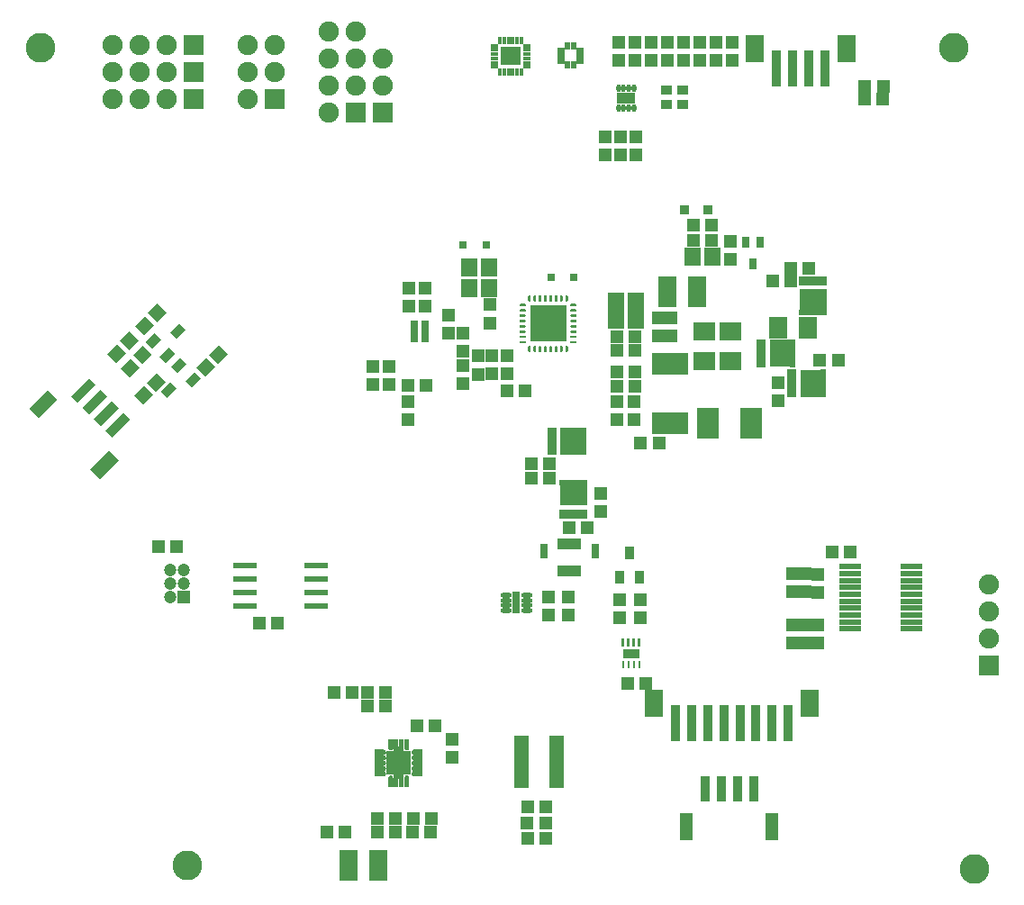
<source format=gts>
G04 DipTrace 2.4.0.2*
%INTopMask.gbr*%
%MOIN*%
%ADD56R,0.136X0.136*%
%ADD57R,0.01X0.026*%
%ADD58R,0.01X0.028*%
%ADD59R,0.063X0.035*%
%ADD66R,0.087X0.024*%
%ADD75C,0.11*%
%ADD82R,0.0749X0.0686*%
%ADD84O,0.0159X0.03*%
%ADD86O,0.03X0.0159*%
%ADD88R,0.071X0.0434*%
%ADD90O,0.019X0.0277*%
%ADD92R,0.0789X0.0237*%
%ADD96R,0.0283X0.0198*%
%ADD98R,0.0198X0.0283*%
%ADD100R,0.0316X0.0828*%
%ADD102O,0.0415X0.0198*%
%ADD112R,0.0275X0.022*%
%ADD114R,0.134X0.0789*%
%ADD116R,0.0277X0.0415*%
%ADD118R,0.1035X0.0828*%
%ADD120R,0.026X0.0241*%
%ADD122R,0.026X0.0328*%
%ADD124R,0.0828X0.1035*%
%ADD126R,0.0241X0.026*%
%ADD128R,0.0328X0.026*%
%ADD130R,0.0336X0.0493*%
%ADD132R,0.0434X0.0375*%
%ADD134R,0.054X0.193*%
%ADD136R,0.0835X0.118*%
%ADD138C,0.0474*%
%ADD140R,0.0474X0.0474*%
%ADD142R,0.0308X0.0566*%
%ADD144R,0.09X0.0444*%
%ADD146R,0.0316X0.0316*%
%ADD148C,0.0749*%
%ADD150R,0.0749X0.0749*%
%ADD152R,0.071X0.0789*%
%ADD154R,0.071X0.1143*%
%ADD156R,0.0789X0.071*%
%ADD158R,0.0592X0.0671*%
%ADD160R,0.0513X0.0474*%
%ADD162R,0.067X0.0986*%
%ADD164R,0.0356X0.138*%
%ADD166R,0.051X0.0986*%
%ADD168R,0.0356X0.0946*%
%ADD170R,0.0474X0.0513*%
%FSLAX44Y44*%
G04*
G70*
G90*
G75*
G01*
%LNTopMask*%
%LPD*%
D170*
X35280Y16632D3*
Y17302D3*
X34810Y16652D3*
Y17321D3*
X34340Y16652D3*
Y17322D3*
D168*
X32293Y9358D3*
X31093D3*
X31693D3*
D166*
X33583Y7962D3*
X30403D3*
D168*
X32893Y9358D3*
D164*
X31790Y11772D3*
X32390D3*
D162*
X29220Y12512D3*
X34960D3*
D164*
X32980Y11772D3*
X33570D3*
X34160D3*
X31200D3*
X30610D3*
X30020D3*
D170*
X23140Y27272D3*
Y26602D3*
X21600Y26892D3*
Y26222D3*
X22150D3*
Y25552D3*
Y25032D3*
Y24362D3*
X29830Y26122D3*
Y26791D3*
X28690Y16362D3*
Y15692D3*
X23770Y24712D3*
Y25381D3*
D160*
X28240Y13262D3*
X28909D3*
D170*
X20120Y23022D3*
Y23691D3*
D160*
X20100Y24292D3*
X20769D3*
D170*
X20740Y27222D3*
Y27891D3*
X23220Y25382D3*
Y24712D3*
D158*
X23118Y28662D3*
X22370D3*
D156*
X31080Y25172D3*
Y26274D3*
D170*
X29110Y36332D3*
Y37001D3*
X25290Y16442D3*
Y15772D3*
D160*
X18970Y7752D3*
X19639D3*
D158*
X28540Y27402D3*
X27792D3*
D170*
X33790Y24402D3*
Y23732D3*
D160*
X28500Y25602D3*
X27831D3*
D170*
X28480Y23681D3*
Y23012D3*
D160*
X29390Y22162D3*
X28721D3*
D154*
X17910Y6522D3*
X19012D3*
D156*
X32030Y25182D3*
Y26284D3*
D160*
X27830Y24792D3*
X28499D3*
X20955Y7746D3*
X20285D3*
D152*
X34920Y26422D3*
X33818D3*
D158*
X30630Y29042D3*
X31378D3*
D160*
X18610Y12922D3*
X19279D3*
D158*
X23118Y27902D3*
X22370D3*
X27790Y26722D3*
X28538D3*
D160*
X20960Y8252D3*
X20291D3*
D170*
X21750Y11182D3*
Y10512D3*
D160*
X25195Y8676D3*
X24525D3*
X25195Y7527D3*
X24525D3*
D170*
X31510Y36332D3*
Y37001D3*
X28510Y36332D3*
Y37001D3*
X27910Y36332D3*
Y37001D3*
X29710Y36332D3*
Y37001D3*
X32110Y36332D3*
Y37001D3*
X30310Y36332D3*
Y37001D3*
X30910Y36332D3*
Y37001D3*
D150*
X15160Y34902D3*
D148*
X14160D3*
X15160Y35902D3*
X14160D3*
X15160Y36902D3*
X14160D3*
D150*
X18160Y34402D3*
D148*
X17160D3*
X18160Y35402D3*
X17160D3*
X18160Y36402D3*
X17160D3*
X18160Y37402D3*
X17160D3*
D150*
X12160Y36902D3*
D148*
X11160D3*
X10160D3*
X9160D3*
D150*
X12160Y35892D3*
D148*
X11160D3*
X10160D3*
X9160D3*
D150*
X12160Y34892D3*
D148*
X11160D3*
X10160D3*
X9160D3*
G36*
X31368Y30623D2*
X31052D1*
Y30940D1*
X31368D1*
Y30623D1*
G37*
G36*
X30502D2*
X30186D1*
Y30940D1*
X30502D1*
Y30623D1*
G37*
D146*
X23020Y29472D3*
X22154D3*
X25390Y28292D3*
X26256D3*
D144*
X26080Y18412D3*
Y17409D3*
D142*
X25130Y18153D3*
X27030D3*
D150*
X41620Y13922D3*
D148*
Y14922D3*
Y15922D3*
Y16922D3*
D140*
X11790Y16442D3*
D138*
Y16942D3*
Y17442D3*
X11290Y16442D3*
Y16942D3*
Y17442D3*
D150*
X19160Y34402D3*
D148*
Y35402D3*
Y36402D3*
D136*
X32810Y22892D3*
X31205D3*
D134*
X24290Y10342D3*
X25590D3*
D132*
X29670Y35232D3*
Y34680D3*
X30270D3*
Y35232D3*
D130*
X27940Y17172D3*
X28688D3*
X28314Y18077D3*
D128*
X33170Y25092D3*
Y25342D3*
Y25602D3*
Y25852D3*
D126*
X34340D3*
Y25602D3*
Y25342D3*
Y25092D3*
D124*
X33890Y25472D3*
D128*
X34310Y23982D3*
Y24232D3*
Y24492D3*
Y24742D3*
D126*
X35480D3*
Y24492D3*
Y24232D3*
Y23982D3*
D124*
X35030Y24362D3*
D122*
X34720Y28162D3*
X34970D3*
X35230D3*
X35480D3*
D120*
Y26992D3*
X35230D3*
X34970D3*
X34720D3*
D118*
X35100Y27442D3*
D128*
X25430Y21842D3*
Y22092D3*
Y22352D3*
Y22602D3*
D126*
X26600D3*
Y22352D3*
Y22092D3*
Y21842D3*
D124*
X26150Y22222D3*
D122*
X26610Y19522D3*
X26360D3*
X26100D3*
X25850D3*
D120*
Y20692D3*
X26100D3*
X26360D3*
X26610D3*
D118*
X26230Y20242D3*
D116*
X33130Y29602D3*
X32618D3*
X32874Y28775D3*
G36*
X12094Y24208D2*
X11857Y24446D1*
X12206Y24795D1*
X12443Y24557D1*
X12094Y24208D1*
G37*
G36*
X11565Y24737D2*
X11328Y24975D1*
X11677Y25324D1*
X11914Y25086D1*
X11565Y24737D1*
G37*
G36*
X11190Y23833D2*
X10952Y24070D1*
X11301Y24419D1*
X11538Y24181D1*
X11190Y23833D1*
G37*
G36*
X10624Y25638D2*
X10387Y25876D1*
X10736Y26225D1*
X10973Y25987D1*
X10624Y25638D1*
G37*
G36*
X11153Y25109D2*
X10916Y25347D1*
X11265Y25696D1*
X11502Y25458D1*
X11153Y25109D1*
G37*
G36*
X11529Y26014D2*
X11292Y26252D1*
X11640Y26601D1*
X11878Y26363D1*
X11529Y26014D1*
G37*
D160*
X17115Y7747D3*
X17785D3*
X36469Y18122D3*
X35800D3*
D170*
X34340Y14761D3*
Y15430D3*
X34805Y14756D3*
Y15425D3*
X29370Y26792D3*
Y26122D3*
D160*
X27830Y26102D3*
X28499D3*
D170*
X27940Y16361D3*
Y15692D3*
X19400Y25002D3*
Y24332D3*
X18790Y25002D3*
Y24332D3*
X26050Y16442D3*
Y15772D3*
D160*
X14610Y15502D3*
X15279D3*
D170*
X35280Y14752D3*
Y15421D3*
D160*
X24430Y24102D3*
X23761D3*
D170*
X22690Y24702D3*
Y25371D3*
D154*
X30820Y27762D3*
X29718D3*
D160*
X10865Y18316D3*
X11535D3*
G36*
X10276Y25073D2*
X9941Y25408D1*
X10304Y25770D1*
X10639Y25435D1*
X10276Y25073D1*
G37*
G36*
X9803Y24599D2*
X9468Y24934D1*
X9831Y25297D1*
X10166Y24962D1*
X9803Y24599D1*
G37*
G36*
X10336Y26163D2*
X10001Y26498D1*
X10364Y26860D1*
X10699Y26525D1*
X10336Y26163D1*
G37*
G36*
X10809Y26636D2*
X10474Y26971D1*
X10837Y27334D1*
X11172Y26999D1*
X10809Y26636D1*
G37*
G36*
X13076Y25083D2*
X12741Y25418D1*
X13104Y25780D1*
X13439Y25445D1*
X13076Y25083D1*
G37*
G36*
X12603Y24609D2*
X12268Y24944D1*
X12631Y25307D1*
X12966Y24972D1*
X12603Y24609D1*
G37*
G36*
X10306Y23593D2*
X9971Y23928D1*
X10334Y24290D1*
X10669Y23955D1*
X10306Y23593D1*
G37*
G36*
X10779Y24066D2*
X10444Y24401D1*
X10807Y24764D1*
X11142Y24429D1*
X10779Y24066D1*
G37*
D160*
X19279Y12422D3*
X18610D3*
X20440Y11692D3*
X21109D3*
X18030Y12932D3*
X17361D3*
X19640Y8252D3*
X18971D3*
X25190Y8092D3*
X24521D3*
G36*
X9786Y25603D2*
X9451Y25938D1*
X9814Y26300D1*
X10149Y25965D1*
X9786Y25603D1*
G37*
G36*
X9313Y25129D2*
X8978Y25464D1*
X9341Y25827D1*
X9676Y25492D1*
X9313Y25129D1*
G37*
D160*
X34260Y28622D3*
X34929D3*
X30680Y30212D3*
X31349D3*
D114*
X29810Y22887D3*
Y25092D3*
D160*
X28500Y24252D3*
X27831D3*
D170*
X27850Y23012D3*
Y23682D3*
D160*
X34260Y28162D3*
X33591D3*
D170*
X32040Y28952D3*
Y29621D3*
D160*
X30680Y29642D3*
X31349D3*
D170*
X20130Y27902D3*
Y27232D3*
D160*
X25350Y20842D3*
X24681D3*
X25350Y21372D3*
X24681D3*
D170*
X27250Y19612D3*
Y20281D3*
D160*
X26730Y19022D3*
X26061D3*
X35355Y25216D3*
X36025D3*
D112*
X20730Y26582D3*
Y26182D3*
Y25982D3*
Y26382D3*
X20330Y25982D3*
Y26182D3*
Y26382D3*
Y26582D3*
D164*
X34330Y36013D3*
X35530D3*
X34930D3*
D162*
X32930Y36758D3*
X36330D3*
D164*
X33730Y36013D3*
G36*
X8731Y22791D2*
X8480Y23043D1*
X9149Y23712D1*
X9400Y23460D1*
X8731Y22791D1*
G37*
G36*
X7883Y23640D2*
X7631Y23891D1*
X8300Y24560D1*
X8552Y24309D1*
X7883Y23640D1*
G37*
G36*
X8307Y23216D2*
X8055Y23467D1*
X8725Y24136D1*
X8976Y23885D1*
X8307Y23216D1*
G37*
G36*
X8696Y20823D2*
X8336Y21184D1*
X9033Y21881D1*
X9393Y21520D1*
X8696Y20823D1*
G37*
G36*
X6448Y23072D2*
X6087Y23432D1*
X6784Y24129D1*
X7145Y23769D1*
X6448Y23072D1*
G37*
G36*
X9155Y22367D2*
X8904Y22618D1*
X9573Y23287D1*
X9824Y23036D1*
X9155Y22367D1*
G37*
G36*
X24425Y27217D2*
X24433D1*
X24440Y27219D1*
X24447Y27223D1*
X24454Y27227D1*
X24459Y27233D1*
X24464Y27239D1*
X24467Y27246D1*
X24469Y27254D1*
X24470Y27262D1*
X24469Y27269D1*
X24467Y27277D1*
X24464Y27284D1*
X24459Y27290D1*
X24454Y27296D1*
X24448Y27301D1*
X24440Y27304D1*
X24433Y27306D1*
X24425Y27307D1*
X24275D1*
X24267Y27306D1*
X24260Y27304D1*
X24253Y27301D1*
X24246Y27296D1*
X24241Y27290D1*
X24236Y27284D1*
X24233Y27277D1*
X24231Y27269D1*
X24230Y27262D1*
X24231Y27254D1*
X24233Y27246D1*
X24236Y27239D1*
X24241Y27233D1*
X24246Y27227D1*
X24252Y27223D1*
X24260Y27219D1*
X24267Y27217D1*
X24275D1*
X24425D1*
G37*
G36*
Y27017D2*
X24433D1*
X24440Y27019D1*
X24447Y27023D1*
X24454Y27027D1*
X24459Y27033D1*
X24464Y27039D1*
X24467Y27046D1*
X24469Y27054D1*
X24470Y27062D1*
X24469Y27069D1*
X24467Y27077D1*
X24464Y27084D1*
X24459Y27090D1*
X24454Y27096D1*
X24448Y27101D1*
X24440Y27104D1*
X24433Y27106D1*
X24425Y27107D1*
X24275D1*
X24267Y27106D1*
X24260Y27104D1*
X24253Y27101D1*
X24246Y27096D1*
X24241Y27090D1*
X24236Y27084D1*
X24233Y27077D1*
X24231Y27069D1*
X24230Y27062D1*
X24231Y27054D1*
X24233Y27046D1*
X24236Y27039D1*
X24241Y27033D1*
X24246Y27027D1*
X24252Y27023D1*
X24260Y27019D1*
X24267Y27017D1*
X24275D1*
X24425D1*
G37*
G36*
Y26827D2*
X24433D1*
X24440Y26829D1*
X24447Y26833D1*
X24454Y26837D1*
X24459Y26843D1*
X24464Y26849D1*
X24467Y26856D1*
X24469Y26864D1*
X24470Y26872D1*
X24469Y26879D1*
X24467Y26887D1*
X24464Y26894D1*
X24459Y26900D1*
X24454Y26906D1*
X24448Y26911D1*
X24440Y26914D1*
X24433Y26916D1*
X24425Y26917D1*
X24275D1*
X24267Y26916D1*
X24260Y26914D1*
X24253Y26911D1*
X24246Y26906D1*
X24241Y26900D1*
X24236Y26894D1*
X24233Y26887D1*
X24231Y26879D1*
X24230Y26872D1*
X24231Y26864D1*
X24233Y26856D1*
X24236Y26849D1*
X24241Y26843D1*
X24246Y26837D1*
X24252Y26833D1*
X24260Y26829D1*
X24267Y26827D1*
X24275D1*
X24425D1*
G37*
G36*
Y26627D2*
X24433D1*
X24440Y26629D1*
X24447Y26633D1*
X24454Y26637D1*
X24459Y26643D1*
X24464Y26649D1*
X24467Y26656D1*
X24469Y26664D1*
X24470Y26672D1*
X24469Y26679D1*
X24467Y26687D1*
X24464Y26694D1*
X24459Y26700D1*
X24454Y26706D1*
X24448Y26711D1*
X24440Y26714D1*
X24433Y26716D1*
X24425Y26717D1*
X24275D1*
X24267Y26716D1*
X24260Y26714D1*
X24253Y26711D1*
X24246Y26706D1*
X24241Y26700D1*
X24236Y26694D1*
X24233Y26687D1*
X24231Y26679D1*
X24230Y26672D1*
X24231Y26664D1*
X24233Y26656D1*
X24236Y26649D1*
X24241Y26643D1*
X24246Y26637D1*
X24252Y26633D1*
X24260Y26629D1*
X24267Y26627D1*
X24275D1*
X24425D1*
G37*
G36*
Y26427D2*
X24433D1*
X24440Y26429D1*
X24447Y26433D1*
X24454Y26437D1*
X24459Y26443D1*
X24464Y26449D1*
X24467Y26456D1*
X24469Y26464D1*
X24470Y26472D1*
X24469Y26479D1*
X24467Y26487D1*
X24464Y26494D1*
X24459Y26500D1*
X24454Y26506D1*
X24448Y26511D1*
X24440Y26514D1*
X24433Y26516D1*
X24425Y26517D1*
X24275D1*
X24267Y26516D1*
X24260Y26514D1*
X24253Y26511D1*
X24246Y26506D1*
X24241Y26500D1*
X24236Y26494D1*
X24233Y26487D1*
X24231Y26479D1*
X24230Y26472D1*
X24231Y26464D1*
X24233Y26456D1*
X24236Y26449D1*
X24241Y26443D1*
X24246Y26437D1*
X24252Y26433D1*
X24260Y26429D1*
X24267Y26427D1*
X24275D1*
X24425D1*
G37*
G36*
Y26227D2*
X24433D1*
X24440Y26229D1*
X24447Y26233D1*
X24454Y26237D1*
X24459Y26243D1*
X24464Y26249D1*
X24467Y26256D1*
X24469Y26264D1*
X24470Y26272D1*
X24469Y26279D1*
X24467Y26287D1*
X24464Y26294D1*
X24459Y26300D1*
X24454Y26306D1*
X24448Y26311D1*
X24440Y26314D1*
X24433Y26316D1*
X24425Y26317D1*
X24275D1*
X24267Y26316D1*
X24260Y26314D1*
X24253Y26311D1*
X24246Y26306D1*
X24241Y26300D1*
X24236Y26294D1*
X24233Y26287D1*
X24231Y26279D1*
X24230Y26272D1*
X24231Y26264D1*
X24233Y26256D1*
X24236Y26249D1*
X24241Y26243D1*
X24246Y26237D1*
X24252Y26233D1*
X24260Y26229D1*
X24267Y26227D1*
X24275D1*
X24425D1*
G37*
G36*
Y26037D2*
X24433D1*
X24440Y26039D1*
X24447Y26043D1*
X24454Y26047D1*
X24459Y26053D1*
X24464Y26059D1*
X24467Y26066D1*
X24469Y26074D1*
X24470Y26082D1*
X24469Y26089D1*
X24467Y26097D1*
X24464Y26104D1*
X24459Y26110D1*
X24454Y26116D1*
X24448Y26121D1*
X24440Y26124D1*
X24433Y26126D1*
X24425Y26127D1*
X24275D1*
X24267Y26126D1*
X24260Y26124D1*
X24253Y26121D1*
X24246Y26116D1*
X24241Y26110D1*
X24236Y26104D1*
X24233Y26097D1*
X24231Y26089D1*
X24230Y26082D1*
X24231Y26074D1*
X24233Y26066D1*
X24236Y26059D1*
X24241Y26053D1*
X24246Y26047D1*
X24252Y26043D1*
X24260Y26039D1*
X24267Y26037D1*
X24275D1*
X24425D1*
G37*
G36*
Y25837D2*
X24433D1*
X24440Y25839D1*
X24447Y25843D1*
X24454Y25847D1*
X24459Y25853D1*
X24464Y25859D1*
X24467Y25866D1*
X24469Y25874D1*
X24470Y25882D1*
X24469Y25889D1*
X24467Y25897D1*
X24464Y25904D1*
X24459Y25910D1*
X24454Y25916D1*
X24448Y25921D1*
X24440Y25924D1*
X24433Y25926D1*
X24425Y25927D1*
X24275D1*
X24267Y25926D1*
X24260Y25924D1*
X24253Y25921D1*
X24246Y25916D1*
X24241Y25910D1*
X24236Y25904D1*
X24233Y25897D1*
X24231Y25889D1*
X24230Y25882D1*
X24231Y25874D1*
X24233Y25866D1*
X24236Y25859D1*
X24241Y25853D1*
X24246Y25847D1*
X24252Y25843D1*
X24260Y25839D1*
X24267Y25837D1*
X24275D1*
X24425D1*
G37*
G36*
X24555Y25557D2*
X24556Y25549D1*
X24558Y25541D1*
X24561Y25534D1*
X24566Y25528D1*
X24571Y25522D1*
X24578Y25518D1*
X24585Y25514D1*
X24592Y25512D1*
X24600D1*
X24608D1*
X24615Y25514D1*
X24623Y25518D1*
X24629Y25522D1*
X24634Y25528D1*
X24639Y25534D1*
X24642Y25541D1*
X24644Y25549D1*
X24645Y25557D1*
Y25707D1*
X24644Y25714D1*
X24642Y25722D1*
X24639Y25729D1*
X24634Y25735D1*
X24629Y25741D1*
X24623Y25746D1*
X24615Y25749D1*
X24608Y25751D1*
X24600Y25752D1*
X24592Y25751D1*
X24585Y25749D1*
X24578Y25746D1*
X24571Y25741D1*
X24566Y25735D1*
X24561Y25729D1*
X24558Y25722D1*
X24556Y25714D1*
X24555Y25707D1*
Y25557D1*
G37*
G36*
X24755D2*
X24756Y25549D1*
X24758Y25541D1*
X24761Y25534D1*
X24766Y25528D1*
X24771Y25522D1*
X24778Y25518D1*
X24785Y25514D1*
X24792Y25512D1*
X24800D1*
X24808D1*
X24815Y25514D1*
X24823Y25518D1*
X24829Y25522D1*
X24834Y25528D1*
X24839Y25534D1*
X24842Y25541D1*
X24844Y25549D1*
X24845Y25557D1*
Y25707D1*
X24844Y25714D1*
X24842Y25722D1*
X24839Y25729D1*
X24834Y25735D1*
X24829Y25741D1*
X24823Y25746D1*
X24815Y25749D1*
X24808Y25751D1*
X24800Y25752D1*
X24792Y25751D1*
X24785Y25749D1*
X24778Y25746D1*
X24771Y25741D1*
X24766Y25735D1*
X24761Y25729D1*
X24758Y25722D1*
X24756Y25714D1*
X24755Y25707D1*
Y25557D1*
G37*
G36*
X24945D2*
X24946Y25549D1*
X24948Y25541D1*
X24951Y25534D1*
X24956Y25528D1*
X24961Y25522D1*
X24968Y25518D1*
X24975Y25514D1*
X24982Y25512D1*
X24990D1*
X24998D1*
X25005Y25514D1*
X25013Y25518D1*
X25019Y25522D1*
X25024Y25528D1*
X25029Y25534D1*
X25032Y25541D1*
X25034Y25549D1*
X25035Y25557D1*
Y25707D1*
X25034Y25714D1*
X25032Y25722D1*
X25029Y25729D1*
X25024Y25735D1*
X25019Y25741D1*
X25013Y25746D1*
X25005Y25749D1*
X24998Y25751D1*
X24990Y25752D1*
X24982Y25751D1*
X24975Y25749D1*
X24968Y25746D1*
X24961Y25741D1*
X24956Y25735D1*
X24951Y25729D1*
X24948Y25722D1*
X24946Y25714D1*
X24945Y25707D1*
Y25557D1*
G37*
G36*
X25145D2*
X25146Y25549D1*
X25148Y25541D1*
X25151Y25534D1*
X25156Y25528D1*
X25161Y25522D1*
X25168Y25518D1*
X25175Y25514D1*
X25182Y25512D1*
X25190D1*
X25198D1*
X25205Y25514D1*
X25213Y25518D1*
X25219Y25522D1*
X25224Y25528D1*
X25229Y25534D1*
X25232Y25541D1*
X25234Y25549D1*
X25235Y25557D1*
Y25707D1*
X25234Y25714D1*
X25232Y25722D1*
X25229Y25729D1*
X25224Y25735D1*
X25219Y25741D1*
X25213Y25746D1*
X25205Y25749D1*
X25198Y25751D1*
X25190Y25752D1*
X25182Y25751D1*
X25175Y25749D1*
X25168Y25746D1*
X25161Y25741D1*
X25156Y25735D1*
X25151Y25729D1*
X25148Y25722D1*
X25146Y25714D1*
X25145Y25707D1*
Y25557D1*
G37*
G36*
X25345D2*
X25346Y25549D1*
X25348Y25541D1*
X25351Y25534D1*
X25356Y25528D1*
X25361Y25522D1*
X25368Y25518D1*
X25375Y25514D1*
X25382Y25512D1*
X25390D1*
X25398D1*
X25405Y25514D1*
X25413Y25518D1*
X25419Y25522D1*
X25424Y25528D1*
X25429Y25534D1*
X25432Y25541D1*
X25434Y25549D1*
X25435Y25557D1*
Y25707D1*
X25434Y25714D1*
X25432Y25722D1*
X25429Y25729D1*
X25424Y25735D1*
X25419Y25741D1*
X25413Y25746D1*
X25405Y25749D1*
X25398Y25751D1*
X25390Y25752D1*
X25382Y25751D1*
X25375Y25749D1*
X25368Y25746D1*
X25361Y25741D1*
X25356Y25735D1*
X25351Y25729D1*
X25348Y25722D1*
X25346Y25714D1*
X25345Y25707D1*
Y25557D1*
G37*
G36*
X25545D2*
X25546Y25549D1*
X25548Y25541D1*
X25551Y25534D1*
X25556Y25528D1*
X25561Y25522D1*
X25568Y25518D1*
X25575Y25514D1*
X25582Y25512D1*
X25590D1*
X25598D1*
X25605Y25514D1*
X25613Y25518D1*
X25619Y25522D1*
X25624Y25528D1*
X25629Y25534D1*
X25632Y25541D1*
X25634Y25549D1*
X25635Y25557D1*
Y25707D1*
X25634Y25714D1*
X25632Y25722D1*
X25629Y25729D1*
X25624Y25735D1*
X25619Y25741D1*
X25613Y25746D1*
X25605Y25749D1*
X25598Y25751D1*
X25590Y25752D1*
X25582Y25751D1*
X25575Y25749D1*
X25568Y25746D1*
X25561Y25741D1*
X25556Y25735D1*
X25551Y25729D1*
X25548Y25722D1*
X25546Y25714D1*
X25545Y25707D1*
Y25557D1*
G37*
G36*
X25735D2*
X25736Y25549D1*
X25738Y25541D1*
X25741Y25534D1*
X25746Y25528D1*
X25751Y25522D1*
X25758Y25518D1*
X25765Y25514D1*
X25772Y25512D1*
X25780D1*
X25788D1*
X25795Y25514D1*
X25803Y25518D1*
X25809Y25522D1*
X25814Y25528D1*
X25819Y25534D1*
X25822Y25541D1*
X25824Y25549D1*
X25825Y25557D1*
Y25707D1*
X25824Y25714D1*
X25822Y25722D1*
X25819Y25729D1*
X25814Y25735D1*
X25809Y25741D1*
X25803Y25746D1*
X25795Y25749D1*
X25788Y25751D1*
X25780Y25752D1*
X25772Y25751D1*
X25765Y25749D1*
X25758Y25746D1*
X25751Y25741D1*
X25746Y25735D1*
X25741Y25729D1*
X25738Y25722D1*
X25736Y25714D1*
X25735Y25707D1*
Y25557D1*
G37*
G36*
X25935D2*
X25936Y25549D1*
X25938Y25541D1*
X25941Y25534D1*
X25946Y25528D1*
X25951Y25522D1*
X25958Y25518D1*
X25965Y25514D1*
X25972Y25512D1*
X25980D1*
X25988D1*
X25995Y25514D1*
X26003Y25518D1*
X26009Y25522D1*
X26014Y25528D1*
X26019Y25534D1*
X26022Y25541D1*
X26024Y25549D1*
X26025Y25557D1*
Y25707D1*
X26024Y25714D1*
X26022Y25722D1*
X26019Y25729D1*
X26014Y25735D1*
X26009Y25741D1*
X26003Y25746D1*
X25995Y25749D1*
X25988Y25751D1*
X25980Y25752D1*
X25972Y25751D1*
X25965Y25749D1*
X25958Y25746D1*
X25951Y25741D1*
X25946Y25735D1*
X25941Y25729D1*
X25938Y25722D1*
X25936Y25714D1*
X25935Y25707D1*
Y25557D1*
G37*
G36*
X26305Y25837D2*
X26313D1*
X26320Y25839D1*
X26327Y25843D1*
X26334Y25847D1*
X26339Y25853D1*
X26344Y25859D1*
X26347Y25866D1*
X26349Y25874D1*
X26350Y25882D1*
X26349Y25889D1*
X26347Y25897D1*
X26344Y25904D1*
X26339Y25910D1*
X26334Y25916D1*
X26328Y25921D1*
X26320Y25924D1*
X26313Y25926D1*
X26305Y25927D1*
X26155D1*
X26147Y25926D1*
X26140Y25924D1*
X26133Y25921D1*
X26126Y25916D1*
X26121Y25910D1*
X26116Y25904D1*
X26113Y25897D1*
X26111Y25889D1*
X26110Y25882D1*
X26111Y25874D1*
X26113Y25866D1*
X26116Y25859D1*
X26121Y25853D1*
X26126Y25847D1*
X26132Y25843D1*
X26140Y25839D1*
X26147Y25837D1*
X26155D1*
X26305D1*
G37*
G36*
Y26037D2*
X26313D1*
X26320Y26039D1*
X26327Y26043D1*
X26334Y26047D1*
X26339Y26053D1*
X26344Y26059D1*
X26347Y26066D1*
X26349Y26074D1*
X26350Y26082D1*
X26349Y26089D1*
X26347Y26097D1*
X26344Y26104D1*
X26339Y26110D1*
X26334Y26116D1*
X26328Y26121D1*
X26320Y26124D1*
X26313Y26126D1*
X26305Y26127D1*
X26155D1*
X26147Y26126D1*
X26140Y26124D1*
X26133Y26121D1*
X26126Y26116D1*
X26121Y26110D1*
X26116Y26104D1*
X26113Y26097D1*
X26111Y26089D1*
X26110Y26082D1*
X26111Y26074D1*
X26113Y26066D1*
X26116Y26059D1*
X26121Y26053D1*
X26126Y26047D1*
X26132Y26043D1*
X26140Y26039D1*
X26147Y26037D1*
X26155D1*
X26305D1*
G37*
G36*
Y26227D2*
X26313D1*
X26320Y26229D1*
X26327Y26233D1*
X26334Y26237D1*
X26339Y26243D1*
X26344Y26249D1*
X26347Y26256D1*
X26349Y26264D1*
X26350Y26272D1*
X26349Y26279D1*
X26347Y26287D1*
X26344Y26294D1*
X26339Y26300D1*
X26334Y26306D1*
X26328Y26311D1*
X26320Y26314D1*
X26313Y26316D1*
X26305Y26317D1*
X26155D1*
X26147Y26316D1*
X26140Y26314D1*
X26133Y26311D1*
X26126Y26306D1*
X26121Y26300D1*
X26116Y26294D1*
X26113Y26287D1*
X26111Y26279D1*
X26110Y26272D1*
X26111Y26264D1*
X26113Y26256D1*
X26116Y26249D1*
X26121Y26243D1*
X26126Y26237D1*
X26132Y26233D1*
X26140Y26229D1*
X26147Y26227D1*
X26155D1*
X26305D1*
G37*
G36*
Y26427D2*
X26313D1*
X26320Y26429D1*
X26327Y26433D1*
X26334Y26437D1*
X26339Y26443D1*
X26344Y26449D1*
X26347Y26456D1*
X26349Y26464D1*
X26350Y26472D1*
X26349Y26479D1*
X26347Y26487D1*
X26344Y26494D1*
X26339Y26500D1*
X26334Y26506D1*
X26328Y26511D1*
X26320Y26514D1*
X26313Y26516D1*
X26305Y26517D1*
X26155D1*
X26147Y26516D1*
X26140Y26514D1*
X26133Y26511D1*
X26126Y26506D1*
X26121Y26500D1*
X26116Y26494D1*
X26113Y26487D1*
X26111Y26479D1*
X26110Y26472D1*
X26111Y26464D1*
X26113Y26456D1*
X26116Y26449D1*
X26121Y26443D1*
X26126Y26437D1*
X26132Y26433D1*
X26140Y26429D1*
X26147Y26427D1*
X26155D1*
X26305D1*
G37*
G36*
Y26627D2*
X26313D1*
X26320Y26629D1*
X26327Y26633D1*
X26334Y26637D1*
X26339Y26643D1*
X26344Y26649D1*
X26347Y26656D1*
X26349Y26664D1*
X26350Y26672D1*
X26349Y26679D1*
X26347Y26687D1*
X26344Y26694D1*
X26339Y26700D1*
X26334Y26706D1*
X26328Y26711D1*
X26320Y26714D1*
X26313Y26716D1*
X26305Y26717D1*
X26155D1*
X26147Y26716D1*
X26140Y26714D1*
X26133Y26711D1*
X26126Y26706D1*
X26121Y26700D1*
X26116Y26694D1*
X26113Y26687D1*
X26111Y26679D1*
X26110Y26672D1*
X26111Y26664D1*
X26113Y26656D1*
X26116Y26649D1*
X26121Y26643D1*
X26126Y26637D1*
X26132Y26633D1*
X26140Y26629D1*
X26147Y26627D1*
X26155D1*
X26305D1*
G37*
G36*
Y26827D2*
X26313D1*
X26320Y26829D1*
X26327Y26833D1*
X26334Y26837D1*
X26339Y26843D1*
X26344Y26849D1*
X26347Y26856D1*
X26349Y26864D1*
X26350Y26872D1*
X26349Y26879D1*
X26347Y26887D1*
X26344Y26894D1*
X26339Y26900D1*
X26334Y26906D1*
X26328Y26911D1*
X26320Y26914D1*
X26313Y26916D1*
X26305Y26917D1*
X26155D1*
X26147Y26916D1*
X26140Y26914D1*
X26133Y26911D1*
X26126Y26906D1*
X26121Y26900D1*
X26116Y26894D1*
X26113Y26887D1*
X26111Y26879D1*
X26110Y26872D1*
X26111Y26864D1*
X26113Y26856D1*
X26116Y26849D1*
X26121Y26843D1*
X26126Y26837D1*
X26132Y26833D1*
X26140Y26829D1*
X26147Y26827D1*
X26155D1*
X26305D1*
G37*
G36*
Y27017D2*
X26313D1*
X26320Y27019D1*
X26327Y27023D1*
X26334Y27027D1*
X26339Y27033D1*
X26344Y27039D1*
X26347Y27046D1*
X26349Y27054D1*
X26350Y27062D1*
X26349Y27069D1*
X26347Y27077D1*
X26344Y27084D1*
X26339Y27090D1*
X26334Y27096D1*
X26328Y27101D1*
X26320Y27104D1*
X26313Y27106D1*
X26305Y27107D1*
X26155D1*
X26147Y27106D1*
X26140Y27104D1*
X26133Y27101D1*
X26126Y27096D1*
X26121Y27090D1*
X26116Y27084D1*
X26113Y27077D1*
X26111Y27069D1*
X26110Y27062D1*
X26111Y27054D1*
X26113Y27046D1*
X26116Y27039D1*
X26121Y27033D1*
X26126Y27027D1*
X26132Y27023D1*
X26140Y27019D1*
X26147Y27017D1*
X26155D1*
X26305D1*
G37*
G36*
Y27217D2*
X26313D1*
X26320Y27219D1*
X26327Y27223D1*
X26334Y27227D1*
X26339Y27233D1*
X26344Y27239D1*
X26347Y27246D1*
X26349Y27254D1*
X26350Y27262D1*
X26349Y27269D1*
X26347Y27277D1*
X26344Y27284D1*
X26339Y27290D1*
X26334Y27296D1*
X26328Y27301D1*
X26320Y27304D1*
X26313Y27306D1*
X26305Y27307D1*
X26155D1*
X26147Y27306D1*
X26140Y27304D1*
X26133Y27301D1*
X26126Y27296D1*
X26121Y27290D1*
X26116Y27284D1*
X26113Y27277D1*
X26111Y27269D1*
X26110Y27262D1*
X26111Y27254D1*
X26113Y27246D1*
X26116Y27239D1*
X26121Y27233D1*
X26126Y27227D1*
X26132Y27223D1*
X26140Y27219D1*
X26147Y27217D1*
X26155D1*
X26305D1*
G37*
G36*
X25935Y27437D2*
X25936Y27429D1*
X25938Y27421D1*
X25941Y27414D1*
X25946Y27408D1*
X25951Y27402D1*
X25958Y27398D1*
X25965Y27394D1*
X25972Y27392D1*
X25980D1*
X25988D1*
X25995Y27394D1*
X26003Y27398D1*
X26009Y27402D1*
X26014Y27408D1*
X26019Y27414D1*
X26022Y27421D1*
X26024Y27429D1*
X26025Y27437D1*
Y27587D1*
X26024Y27594D1*
X26022Y27602D1*
X26019Y27609D1*
X26014Y27615D1*
X26009Y27621D1*
X26003Y27626D1*
X25995Y27629D1*
X25988Y27631D1*
X25980Y27632D1*
X25972Y27631D1*
X25965Y27629D1*
X25958Y27626D1*
X25951Y27621D1*
X25946Y27615D1*
X25941Y27609D1*
X25938Y27602D1*
X25936Y27594D1*
X25935Y27587D1*
Y27437D1*
G37*
G36*
X25735D2*
X25736Y27429D1*
X25738Y27421D1*
X25741Y27414D1*
X25746Y27408D1*
X25751Y27402D1*
X25758Y27398D1*
X25765Y27394D1*
X25772Y27392D1*
X25780D1*
X25788D1*
X25795Y27394D1*
X25803Y27398D1*
X25809Y27402D1*
X25814Y27408D1*
X25819Y27414D1*
X25822Y27421D1*
X25824Y27429D1*
X25825Y27437D1*
Y27587D1*
X25824Y27594D1*
X25822Y27602D1*
X25819Y27609D1*
X25814Y27615D1*
X25809Y27621D1*
X25803Y27626D1*
X25795Y27629D1*
X25788Y27631D1*
X25780Y27632D1*
X25772Y27631D1*
X25765Y27629D1*
X25758Y27626D1*
X25751Y27621D1*
X25746Y27615D1*
X25741Y27609D1*
X25738Y27602D1*
X25736Y27594D1*
X25735Y27587D1*
Y27437D1*
G37*
G36*
X25545D2*
X25546Y27429D1*
X25548Y27421D1*
X25551Y27414D1*
X25556Y27408D1*
X25561Y27402D1*
X25568Y27398D1*
X25575Y27394D1*
X25582Y27392D1*
X25590D1*
X25598D1*
X25605Y27394D1*
X25613Y27398D1*
X25619Y27402D1*
X25624Y27408D1*
X25629Y27414D1*
X25632Y27421D1*
X25634Y27429D1*
X25635Y27437D1*
Y27587D1*
X25634Y27594D1*
X25632Y27602D1*
X25629Y27609D1*
X25624Y27615D1*
X25619Y27621D1*
X25613Y27626D1*
X25605Y27629D1*
X25598Y27631D1*
X25590Y27632D1*
X25582Y27631D1*
X25575Y27629D1*
X25568Y27626D1*
X25561Y27621D1*
X25556Y27615D1*
X25551Y27609D1*
X25548Y27602D1*
X25546Y27594D1*
X25545Y27587D1*
Y27437D1*
G37*
G36*
X25345D2*
X25346Y27429D1*
X25348Y27421D1*
X25351Y27414D1*
X25356Y27408D1*
X25361Y27402D1*
X25368Y27398D1*
X25375Y27394D1*
X25382Y27392D1*
X25390D1*
X25398D1*
X25405Y27394D1*
X25413Y27398D1*
X25419Y27402D1*
X25424Y27408D1*
X25429Y27414D1*
X25432Y27421D1*
X25434Y27429D1*
X25435Y27437D1*
Y27587D1*
X25434Y27594D1*
X25432Y27602D1*
X25429Y27609D1*
X25424Y27615D1*
X25419Y27621D1*
X25413Y27626D1*
X25405Y27629D1*
X25398Y27631D1*
X25390Y27632D1*
X25382Y27631D1*
X25375Y27629D1*
X25368Y27626D1*
X25361Y27621D1*
X25356Y27615D1*
X25351Y27609D1*
X25348Y27602D1*
X25346Y27594D1*
X25345Y27587D1*
Y27437D1*
G37*
G36*
X25145D2*
X25146Y27429D1*
X25148Y27421D1*
X25151Y27414D1*
X25156Y27408D1*
X25161Y27402D1*
X25168Y27398D1*
X25175Y27394D1*
X25182Y27392D1*
X25190D1*
X25198D1*
X25205Y27394D1*
X25213Y27398D1*
X25219Y27402D1*
X25224Y27408D1*
X25229Y27414D1*
X25232Y27421D1*
X25234Y27429D1*
X25235Y27437D1*
Y27587D1*
X25234Y27594D1*
X25232Y27602D1*
X25229Y27609D1*
X25224Y27615D1*
X25219Y27621D1*
X25213Y27626D1*
X25205Y27629D1*
X25198Y27631D1*
X25190Y27632D1*
X25182Y27631D1*
X25175Y27629D1*
X25168Y27626D1*
X25161Y27621D1*
X25156Y27615D1*
X25151Y27609D1*
X25148Y27602D1*
X25146Y27594D1*
X25145Y27587D1*
Y27437D1*
G37*
G36*
X24945D2*
X24946Y27429D1*
X24948Y27421D1*
X24951Y27414D1*
X24956Y27408D1*
X24961Y27402D1*
X24968Y27398D1*
X24975Y27394D1*
X24982Y27392D1*
X24990D1*
X24998D1*
X25005Y27394D1*
X25013Y27398D1*
X25019Y27402D1*
X25024Y27408D1*
X25029Y27414D1*
X25032Y27421D1*
X25034Y27429D1*
X25035Y27437D1*
Y27587D1*
X25034Y27594D1*
X25032Y27602D1*
X25029Y27609D1*
X25024Y27615D1*
X25019Y27621D1*
X25013Y27626D1*
X25005Y27629D1*
X24998Y27631D1*
X24990Y27632D1*
X24982Y27631D1*
X24975Y27629D1*
X24968Y27626D1*
X24961Y27621D1*
X24956Y27615D1*
X24951Y27609D1*
X24948Y27602D1*
X24946Y27594D1*
X24945Y27587D1*
Y27437D1*
G37*
G36*
X24755D2*
X24756Y27429D1*
X24758Y27421D1*
X24761Y27414D1*
X24766Y27408D1*
X24771Y27402D1*
X24778Y27398D1*
X24785Y27394D1*
X24792Y27392D1*
X24800D1*
X24808D1*
X24815Y27394D1*
X24823Y27398D1*
X24829Y27402D1*
X24834Y27408D1*
X24839Y27414D1*
X24842Y27421D1*
X24844Y27429D1*
X24845Y27437D1*
Y27587D1*
X24844Y27594D1*
X24842Y27602D1*
X24839Y27609D1*
X24834Y27615D1*
X24829Y27621D1*
X24823Y27626D1*
X24815Y27629D1*
X24808Y27631D1*
X24800Y27632D1*
X24792Y27631D1*
X24785Y27629D1*
X24778Y27626D1*
X24771Y27621D1*
X24766Y27615D1*
X24761Y27609D1*
X24758Y27602D1*
X24756Y27594D1*
X24755Y27587D1*
Y27437D1*
G37*
G36*
X24555D2*
X24556Y27429D1*
X24558Y27421D1*
X24561Y27414D1*
X24566Y27408D1*
X24571Y27402D1*
X24578Y27398D1*
X24585Y27394D1*
X24592Y27392D1*
X24600D1*
X24608D1*
X24615Y27394D1*
X24623Y27398D1*
X24629Y27402D1*
X24634Y27408D1*
X24639Y27414D1*
X24642Y27421D1*
X24644Y27429D1*
X24645Y27437D1*
Y27587D1*
X24644Y27594D1*
X24642Y27602D1*
X24639Y27609D1*
X24634Y27615D1*
X24629Y27621D1*
X24623Y27626D1*
X24615Y27629D1*
X24608Y27631D1*
X24600Y27632D1*
X24592Y27631D1*
X24585Y27629D1*
X24578Y27626D1*
X24571Y27621D1*
X24566Y27615D1*
X24561Y27609D1*
X24558Y27602D1*
X24556Y27594D1*
X24555Y27587D1*
Y27437D1*
G37*
D56*
X25290Y26572D3*
D57*
X28070Y13952D3*
D58*
X28270D3*
X28670D3*
G36*
X28420Y14632D2*
Y14912D1*
X28520D1*
Y14632D1*
X28420D1*
G37*
G36*
X28220D2*
Y14912D1*
X28320D1*
Y14632D1*
X28220D1*
G37*
G36*
X28020D2*
Y14912D1*
X28120D1*
Y14632D1*
X28020D1*
G37*
G36*
X28620D2*
Y14912D1*
X28720D1*
Y14632D1*
X28620D1*
G37*
D58*
X28470Y13952D3*
D59*
X28370Y14362D3*
D102*
X24490Y15942D3*
Y16138D3*
Y16335D3*
Y16532D3*
X23742D3*
Y16335D3*
Y16138D3*
Y15942D3*
D100*
X24116Y16237D3*
G36*
X19966Y10864D2*
X19965Y11199D1*
X20155D1*
X20154Y10864D1*
X20145Y10835D1*
X20128Y10811D1*
X20103Y10794D1*
X20075Y10784D1*
X20045D1*
X20017Y10794D1*
X19992Y10811D1*
X19975Y10835D1*
X19966Y10864D1*
G37*
G36*
X19945Y11200D2*
X19947Y10755D1*
X20198D1*
Y9875D1*
X19318D1*
Y10755D1*
X19568D1*
X19570Y11200D1*
X19729D1*
Y10910D1*
X19787D1*
Y11200D1*
X19945D1*
G37*
G36*
X19570Y9424D2*
Y9954D1*
X19945D1*
Y9424D1*
X19786D1*
Y9714D1*
X19729D1*
Y9424D1*
X19570D1*
G37*
G36*
X19375Y10864D2*
X19374Y11199D1*
X19565D1*
X19564Y10864D1*
X19555Y10835D1*
X19537Y10811D1*
X19513Y10794D1*
X19484Y10784D1*
X19455D1*
X19426Y10794D1*
X19402Y10811D1*
X19384Y10835D1*
X19375Y10864D1*
G37*
G36*
X19216Y10616D2*
X18881Y10615D1*
Y10806D1*
X19216Y10805D1*
X19244Y10795D1*
X19269Y10778D1*
X19286Y10754D1*
X19295Y10725D1*
Y10695D1*
X19286Y10667D1*
X19269Y10643D1*
X19244Y10625D1*
X19216Y10616D1*
G37*
G36*
Y10419D2*
X18881Y10418D1*
Y10609D1*
X19216Y10608D1*
X19244Y10599D1*
X19269Y10581D1*
X19286Y10557D1*
X19295Y10528D1*
Y10499D1*
X19286Y10470D1*
X19269Y10446D1*
X19244Y10428D1*
X19216Y10419D1*
G37*
G36*
Y10222D2*
X18881Y10221D1*
Y10412D1*
X19216Y10411D1*
X19244Y10402D1*
X19269Y10384D1*
X19286Y10360D1*
X19295Y10332D1*
Y10302D1*
X19286Y10273D1*
X19269Y10249D1*
X19244Y10231D1*
X19216Y10222D1*
G37*
G36*
X19564Y9766D2*
X19565Y9431D1*
X19374D1*
X19375Y9766D1*
X19384Y9795D1*
X19402Y9819D1*
X19426Y9837D1*
X19455Y9846D1*
X19484D1*
X19513Y9837D1*
X19537Y9819D1*
X19555Y9795D1*
X19564Y9766D1*
G37*
G36*
X20154D2*
X20155Y9431D1*
X19965D1*
X19966Y9766D1*
X19975Y9795D1*
X19992Y9819D1*
X20017Y9837D1*
X20045Y9846D1*
X20075D1*
X20103Y9837D1*
X20128Y9819D1*
X20145Y9795D1*
X20154Y9766D1*
G37*
G36*
X19216Y10022D2*
X18881Y10021D1*
Y10212D1*
X19216Y10211D1*
X19244Y10202D1*
X19269Y10184D1*
X19286Y10160D1*
X19295Y10132D1*
Y10102D1*
X19286Y10073D1*
X19269Y10049D1*
X19244Y10031D1*
X19216Y10022D1*
G37*
G36*
X20313Y10411D2*
X20648Y10412D1*
Y10221D1*
X20313Y10222D1*
X20285Y10231D1*
X20261Y10249D1*
X20243Y10273D1*
X20234Y10302D1*
Y10332D1*
X20243Y10360D1*
X20261Y10384D1*
X20285Y10402D1*
X20313Y10411D1*
G37*
G36*
Y10608D2*
X20648Y10609D1*
Y10418D1*
X20313Y10419D1*
X20285Y10428D1*
X20261Y10446D1*
X20243Y10470D1*
X20234Y10499D1*
Y10528D1*
X20243Y10557D1*
X20261Y10581D1*
X20285Y10599D1*
X20313Y10608D1*
G37*
G36*
Y10805D2*
X20648Y10806D1*
Y10615D1*
X20313Y10616D1*
X20285Y10625D1*
X20261Y10643D1*
X20243Y10667D1*
X20234Y10695D1*
Y10725D1*
X20243Y10754D1*
X20261Y10778D1*
X20285Y10795D1*
X20313Y10805D1*
G37*
G36*
Y10014D2*
X20648Y10015D1*
Y9825D1*
X20313D1*
X20285Y9835D1*
X20261Y9852D1*
X20243Y9876D1*
X20234Y9905D1*
Y9935D1*
X20243Y9963D1*
X20261Y9987D1*
X20285Y10005D1*
X20313Y10014D1*
G37*
G36*
Y10211D2*
X20648Y10212D1*
Y10021D1*
X20313Y10022D1*
X20285Y10031D1*
X20261Y10049D1*
X20243Y10073D1*
X20234Y10102D1*
Y10132D1*
X20243Y10160D1*
X20261Y10184D1*
X20285Y10202D1*
X20313Y10211D1*
G37*
G36*
X19216Y9825D2*
X18881D1*
Y10015D1*
X19216Y10014D1*
X19244Y10005D1*
X19269Y9987D1*
X19286Y9963D1*
X19295Y9935D1*
Y9905D1*
X19286Y9876D1*
X19269Y9852D1*
X19244Y9835D1*
X19216Y9825D1*
G37*
D98*
X26010Y36852D3*
X26250D3*
X26010Y36151D3*
X26250D3*
D96*
X26480Y36701D3*
Y36501D3*
Y36301D3*
X25780Y36701D3*
Y36501D3*
Y36301D3*
D66*
X16710Y16132D3*
Y16632D3*
Y17132D3*
Y17632D3*
X14060D3*
Y17132D3*
Y16632D3*
Y16132D3*
D92*
X36460Y17582D3*
Y17326D3*
Y17070D3*
Y16814D3*
Y16558D3*
Y16302D3*
Y16046D3*
Y15790D3*
Y15534D3*
Y15278D3*
X38744D3*
X38743Y15534D3*
Y15790D3*
Y16046D3*
Y16302D3*
Y16558D3*
Y16814D3*
Y17070D3*
Y17326D3*
Y17582D3*
D90*
X27890Y34542D3*
X28087D3*
X28284D3*
X28481D3*
Y35290D3*
X28284D3*
X28087D3*
X27890D3*
D88*
X28185Y34916D3*
D86*
X23315Y36864D3*
Y36707D3*
Y36549D3*
Y36392D3*
Y36234D3*
Y36077D3*
D84*
X23511Y35880D3*
X23669D3*
X23826D3*
X23984D3*
X24141D3*
X24299D3*
D86*
X24496Y36077D3*
Y36234D3*
Y36392D3*
Y36549D3*
Y36707D3*
Y36864D3*
D84*
X24299Y37061D3*
X24141D3*
X23984D3*
X23826D3*
X23669D3*
X23511D3*
D82*
X23904Y36471D3*
D170*
X28535Y32832D3*
Y33501D3*
X27973Y32832D3*
Y33501D3*
X27410Y32832D3*
Y33501D3*
D160*
X37687Y34880D3*
X37018D3*
X37691Y35368D3*
X37022D3*
D75*
X40320Y36772D3*
X6500D3*
X11940Y6522D3*
X41060Y6402D3*
M02*

</source>
